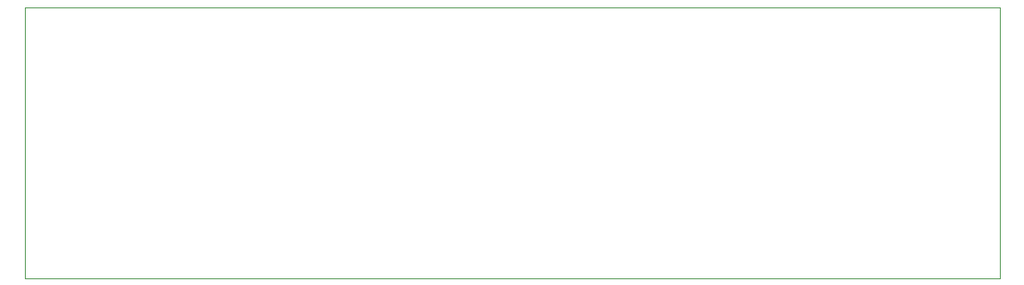
<source format=gbr>
G04 #@! TF.GenerationSoftware,KiCad,Pcbnew,(5.1.4)-1*
G04 #@! TF.CreationDate,2020-01-19T21:29:46+01:00*
G04 #@! TF.ProjectId,EuroHelper,4575726f-4865-46c7-9065-722e6b696361,rev?*
G04 #@! TF.SameCoordinates,Original*
G04 #@! TF.FileFunction,Profile,NP*
%FSLAX46Y46*%
G04 Gerber Fmt 4.6, Leading zero omitted, Abs format (unit mm)*
G04 Created by KiCad (PCBNEW (5.1.4)-1) date 2020-01-19 21:29:46*
%MOMM*%
%LPD*%
G04 APERTURE LIST*
%ADD10C,0.050000*%
G04 APERTURE END LIST*
D10*
X60452000Y-52578000D02*
X60706000Y-52578000D01*
X60452000Y-80264000D02*
X60452000Y-52578000D01*
X60706000Y-80264000D02*
X60452000Y-80264000D01*
X159766000Y-80264000D02*
X159004000Y-80264000D01*
X159766000Y-52578000D02*
X159766000Y-80264000D01*
X159004000Y-80264000D02*
X60706000Y-80264000D01*
X60706000Y-52578000D02*
X159766000Y-52578000D01*
M02*

</source>
